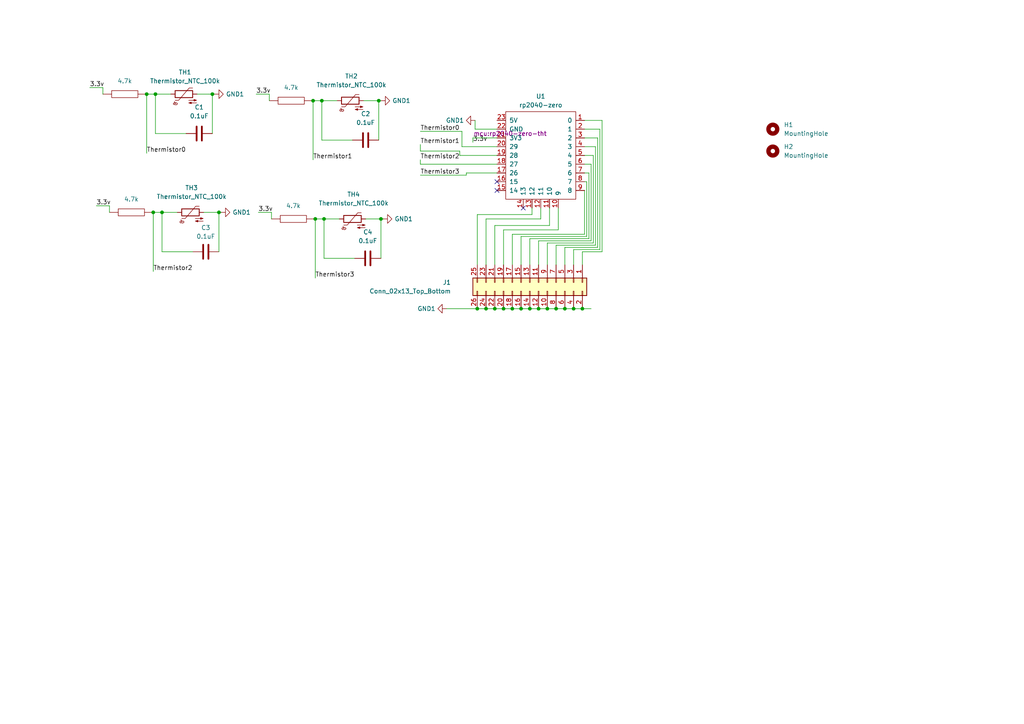
<source format=kicad_sch>
(kicad_sch (version 20230121) (generator eeschema)
  (paper "A4")
  (lib_symbols
    (symbol "Connector_Generic:Conn_02x13_Odd_Even" (pin_names (offset 1.016) hide)
      (property "Reference" "J" (at 1.27 17.78 0))
      (property "Value" "Conn_02x13_Odd_Even" (at 1.27 -17.78 0))
      (symbol "Conn_02x13_Odd_Even_1_1"
        (rectangle (start -1.27 -15.113) (end 0 -15.367) (stroke (width 0.1524)))
        (rectangle (start -1.27 -12.573) (end 0 -12.827) (stroke (width 0.1524)))
        (rectangle (start -1.27 -10.033) (end 0 -10.287) (stroke (width 0.1524)))
        (rectangle (start -1.27 -7.493) (end 0 -7.747) (stroke (width 0.1524)))
        (rectangle (start -1.27 -4.953) (end 0 -5.207) (stroke (width 0.1524)))
        (rectangle (start -1.27 -2.413) (end 0 -2.667) (stroke (width 0.1524)))
        (rectangle (start -1.27 0.127) (end 0 -0.127) (stroke (width 0.1524)))
        (rectangle (start -1.27 2.667) (end 0 2.413) (stroke (width 0.1524)))
        (rectangle (start -1.27 5.207) (end 0 4.953) (stroke (width 0.1524)))
        (rectangle (start -1.27 7.747) (end 0 7.493) (stroke (width 0.1524)))
        (rectangle (start -1.27 10.287) (end 0 10.033) (stroke (width 0.1524)))
        (rectangle (start -1.27 12.827) (end 0 12.573) (stroke (width 0.1524)))
        (rectangle (start -1.27 15.367) (end 0 15.113) (stroke (width 0.1524)))
        (rectangle (start -1.27 16.51) (end 3.81 -16.51) (stroke (width 0.254)) (fill (type background)))
        (rectangle (start 3.81 -15.113) (end 2.54 -15.367) (stroke (width 0.1524)))
        (rectangle (start 3.81 -12.573) (end 2.54 -12.827) (stroke (width 0.1524)))
        (rectangle (start 3.81 -10.033) (end 2.54 -10.287) (stroke (width 0.1524)))
        (rectangle (start 3.81 -7.493) (end 2.54 -7.747) (stroke (width 0.1524)))
        (rectangle (start 3.81 -4.953) (end 2.54 -5.207) (stroke (width 0.1524)))
        (rectangle (start 3.81 -2.413) (end 2.54 -2.667) (stroke (width 0.1524)))
        (rectangle (start 3.81 0.127) (end 2.54 -0.127) (stroke (width 0.1524)))
        (rectangle (start 3.81 2.667) (end 2.54 2.413) (stroke (width 0.1524)))
        (rectangle (start 3.81 5.207) (end 2.54 4.953) (stroke (width 0.1524)))
        (rectangle (start 3.81 7.747) (end 2.54 7.493) (stroke (width 0.1524)))
        (rectangle (start 3.81 10.287) (end 2.54 10.033) (stroke (width 0.1524)))
        (rectangle (start 3.81 12.827) (end 2.54 12.573) (stroke (width 0.1524)))
        (rectangle (start 3.81 15.367) (end 2.54 15.113) (stroke (width 0.1524)))
        (pin passive line (at -5.08 15.24 0) (length 3.81) (name "Pin_1") (number "1"))
        (pin passive line (at 7.62 5.08 180) (length 3.81) (name "Pin_10") (number "10"))
        (pin passive line (at -5.08 2.54 0) (length 3.81) (name "Pin_11") (number "11"))
        (pin passive line (at 7.62 2.54 180) (length 3.81) (name "Pin_12") (number "12"))
        (pin passive line (at -5.08 0 0) (length 3.81) (name "Pin_13") (number "13"))
        (pin passive line (at 7.62 0 180) (length 3.81) (name "Pin_14") (number "14"))
        (pin passive line (at -5.08 -2.54 0) (length 3.81) (name "Pin_15") (number "15"))
        (pin passive line (at 7.62 -2.54 180) (length 3.81) (name "Pin_16") (number "16"))
        (pin passive line (at -5.08 -5.08 0) (length 3.81) (name "Pin_17") (number "17"))
        (pin passive line (at 7.62 -5.08 180) (length 3.81) (name "Pin_18") (number "18"))
        (pin passive line (at -5.08 -7.62 0) (length 3.81) (name "Pin_19") (number "19"))
        (pin passive line (at 7.62 15.24 180) (length 3.81) (name "Pin_2") (number "2"))
        (pin passive line (at 7.62 -7.62 180) (length 3.81) (name "Pin_20") (number "20"))
        (pin passive line (at -5.08 -10.16 0) (length 3.81) (name "Pin_21") (number "21"))
        (pin passive line (at 7.62 -10.16 180) (length 3.81) (name "Pin_22") (number "22"))
        (pin passive line (at -5.08 -12.7 0) (length 3.81) (name "Pin_23") (number "23"))
        (pin passive line (at 7.62 -12.7 180) (length 3.81) (name "Pin_24") (number "24"))
        (pin passive line (at -5.08 -15.24 0) (length 3.81) (name "Pin_25") (number "25"))
        (pin passive line (at 7.62 -15.24 180) (length 3.81) (name "Pin_26") (number "26"))
        (pin passive line (at -5.08 12.7 0) (length 3.81) (name "Pin_3") (number "3"))
        (pin passive line (at 7.62 12.7 180) (length 3.81) (name "Pin_4") (number "4"))
        (pin passive line (at -5.08 10.16 0) (length 3.81) (name "Pin_5") (number "5"))
        (pin passive line (at 7.62 10.16 180) (length 3.81) (name "Pin_6") (number "6"))
        (pin passive line (at -5.08 7.62 0) (length 3.81) (name "Pin_7") (number "7"))
        (pin passive line (at 7.62 7.62 180) (length 3.81) (name "Pin_8") (number "8"))
        (pin passive line (at -5.08 5.08 0) (length 3.81) (name "Pin_9") (number "9"))
      )
    )
    (symbol "Device:C" (pin_numbers hide) (pin_names (offset 0.254))
      (property "Reference" "C" (at 0.635 2.54 0))
      (property "Value" "C" (at 0.635 -2.54 0))
      (symbol "C_0_1"
        (polyline (pts (xy -2.032 -0.762) (xy 2.032 -0.762)) (stroke (width 0.508)))
        (polyline (pts (xy -2.032 0.762) (xy 2.032 0.762)) (stroke (width 0.508)))
      )
      (symbol "C_1_1"
        (pin passive line (at 0 3.81 270) (length 2.794) (name "~") (number "1"))
        (pin passive line (at 0 -3.81 90) (length 2.794) (name "~") (number "2"))
      )
    )
    (symbol "Device:Thermistor_NTC" (pin_numbers hide) (pin_names (offset 0))
      (property "Reference" "TH" (at -4.445 0 90))
      (property "Value" "Thermistor_NTC" (at 3.175 0 90))
      (symbol "Thermistor_NTC_0_1"
        (arc (start -3.048 2.159) (mid -3.0495 2.3143) (end -3.175 2.413))
        (arc (start -3.048 2.159) (mid -2.9736 1.9794) (end -2.794 1.905))
        (arc (start -3.048 2.794) (mid -2.9736 2.6144) (end -2.794 2.54))
        (arc (start -2.794 1.905) (mid -2.6144 1.9794) (end -2.54 2.159))
        (arc (start -2.794 2.54) (mid -2.4393 2.5587) (end -2.159 2.794))
        (arc (start -2.794 3.048) (mid -2.9736 2.9736) (end -3.048 2.794))
        (arc (start -2.54 2.794) (mid -2.6144 2.9736) (end -2.794 3.048))
        (rectangle (start -1.016 2.54) (end 1.016 -2.54) (stroke (width 0.254)))
        (polyline (pts (xy -2.54 2.159) (xy -2.54 2.794)))
        (polyline (pts (xy -1.778 2.54) (xy -1.778 1.524) (xy 1.778 -1.524) (xy 1.778 -2.54)))
        (polyline (pts (xy -2.54 -3.683) (xy -2.54 -1.397) (xy -2.794 -2.159) (xy -2.286 -2.159) (xy -2.54 -1.397) (xy -2.54 -1.651)) (fill (type outline)))
        (polyline (pts (xy -1.778 -1.397) (xy -1.778 -3.683) (xy -2.032 -2.921) (xy -1.524 -2.921) (xy -1.778 -3.683) (xy -1.778 -3.429)) (fill (type outline)))
      )
      (symbol "Thermistor_NTC_1_1"
        (pin passive line (at 0 3.81 270) (length 1.27) (name "~") (number "1"))
        (pin passive line (at 0 -3.81 90) (length 1.27) (name "~") (number "2"))
      )
    )
    (symbol "Mechanical:MountingHole" (pin_names (offset 1.016))
      (property "Reference" "H" (at 0 5.08 0))
      (property "Value" "MountingHole" (at 0 3.175 0))
      (symbol "MountingHole_0_1"
        (circle (center 0 0) (radius 1.27) (stroke (width 1.27)))
      )
    )
    (symbol "mcu:rp2040-zero" (pin_names (offset 1.016))
      (property "Reference" "U" (at 0 15.24 0))
      (property "Value" "rp2040-zero" (at 0 12.7 0))
      (symbol "rp2040-zero_0_1"
        (rectangle (start -10.16 11.43) (end 10.16 -13.97))
      )
      (symbol "rp2040-zero_1_1"
        (pin bidirectional line (at 12.7 8.89 180) (length 2.54) (name "0") (number "1"))
        (pin bidirectional line (at 5.08 -16.51 90) (length 2.54) (name "9") (number "10"))
        (pin bidirectional line (at 2.54 -16.51 90) (length 2.54) (name "10") (number "11"))
        (pin bidirectional line (at 0 -16.51 90) (length 2.54) (name "11") (number "12"))
        (pin bidirectional line (at -2.54 -16.51 90) (length 2.54) (name "12") (number "13"))
        (pin bidirectional line (at -5.08 -16.51 90) (length 2.54) (name "13") (number "14"))
        (pin bidirectional line (at -12.7 -11.43 0) (length 2.54) (name "14") (number "15"))
        (pin bidirectional line (at -12.7 -8.89 0) (length 2.54) (name "15") (number "16"))
        (pin bidirectional line (at -12.7 -6.35 0) (length 2.54) (name "26") (number "17"))
        (pin bidirectional line (at -12.7 -3.81 0) (length 2.54) (name "27") (number "18"))
        (pin bidirectional line (at -12.7 -1.27 0) (length 2.54) (name "28") (number "19"))
        (pin bidirectional line (at 12.7 6.35 180) (length 2.54) (name "1") (number "2"))
        (pin bidirectional line (at -12.7 1.27 0) (length 2.54) (name "29") (number "20"))
        (pin power_out line (at -12.7 3.81 0) (length 2.54) (name "3V3") (number "21"))
        (pin power_out line (at -12.7 6.35 0) (length 2.54) (name "GND") (number "22"))
        (pin power_out line (at -12.7 8.89 0) (length 2.54) (name "5V") (number "23"))
        (pin bidirectional line (at 12.7 3.81 180) (length 2.54) (name "2") (number "3"))
        (pin bidirectional line (at 12.7 1.27 180) (length 2.54) (name "3") (number "4"))
        (pin bidirectional line (at 12.7 -1.27 180) (length 2.54) (name "4") (number "5"))
        (pin bidirectional line (at 12.7 -3.81 180) (length 2.54) (name "5") (number "6"))
        (pin bidirectional line (at 12.7 -6.35 180) (length 2.54) (name "6") (number "7"))
        (pin bidirectional line (at 12.7 -8.89 180) (length 2.54) (name "7") (number "8"))
        (pin bidirectional line (at 12.7 -11.43 180) (length 2.54) (name "8") (number "9"))
      )
    )
    (symbol "power:GND1" (power) (pin_names (offset 0))
      (property "Value" "GND1" (at 0 -3.81 0))
      (symbol "GND1_0_1"
        (polyline (pts (xy 0 0) (xy 0 -1.27) (xy 1.27 -1.27) (xy 0 -2.54) (xy -1.27 -1.27) (xy 0 -1.27)))
      )
      (symbol "GND1_1_1"
        (pin power_in line (at 0 0 270) (length 0) hide (name "GND1") (number "1"))
      )
    )
    (symbol "pspice:R" (pin_numbers hide) (pin_names (offset 0))
      (property "Reference" "R" (at 2.032 0 90))
      (property "Value" "R" (at 0 0 90))
      (symbol "R_0_1"
        (rectangle (start -1.016 3.81) (end 1.016 -3.81))
      )
      (symbol "R_1_1"
        (pin passive line (at 0 6.35 270) (length 2.54) (name "~") (number "1"))
        (pin passive line (at 0 -6.35 90) (length 2.54) (name "~") (number "2"))
      )
    )
  )
  (junction (at 143.51 89.535))
  (junction (at 161.29 89.535))
  (junction (at 151.13 89.535))
  (junction (at 61.595 27.305))
  (junction (at 109.855 29.21))
  (junction (at 140.97 89.535))
  (junction (at 110.49 63.5))
  (junction (at 148.59 89.535))
  (junction (at 42.545 27.305))
  (junction (at 158.75 89.535))
  (junction (at 93.98 63.5))
  (junction (at 156.21 89.535))
  (junction (at 90.805 29.21))
  (junction (at 163.83 89.535))
  (junction (at 44.45 61.595))
  (junction (at 138.43 89.535))
  (junction (at 46.99 61.595))
  (junction (at 146.05 89.535))
  (junction (at 93.345 29.21))
  (junction (at 166.37 89.535))
  (junction (at 168.91 89.535))
  (junction (at 91.44 63.5))
  (junction (at 63.5 61.595))
  (junction (at 153.67 89.535))
  (junction (at 45.085 27.305))
  (no_connect (at 144.145 52.705))
  (no_connect (at 144.145 55.245))
  (no_connect (at 151.765 60.325))
  (wire (pts (xy 161.29 71.12) (xy 172.72 71.12)))
  (wire (pts (xy 55.88 73.025) (xy 46.99 73.025)))
  (wire (pts (xy 133.985 38.1) (xy 121.92 38.1)))
  (wire (pts (xy 61.595 27.305) (xy 62.23 27.305)))
  (wire (pts (xy 153.67 69.215) (xy 170.815 69.215)))
  (wire (pts (xy 138.43 62.23) (xy 138.43 76.835)))
  (wire (pts (xy 161.29 89.535) (xy 163.83 89.535)))
  (wire (pts (xy 53.975 38.735) (xy 45.085 38.735)))
  (wire (pts (xy 153.67 89.535) (xy 156.21 89.535)))
  (wire (pts (xy 171.45 47.625) (xy 169.545 47.625)))
  (wire (pts (xy 129.54 89.535) (xy 138.43 89.535)))
  (wire (pts (xy 172.085 45.085) (xy 172.085 70.485)))
  (wire (pts (xy 133.985 42.545) (xy 133.985 38.1)))
  (wire (pts (xy 45.085 38.735) (xy 45.085 27.305)))
  (wire (pts (xy 91.44 63.5) (xy 93.98 63.5)))
  (wire (pts (xy 163.83 71.755) (xy 173.355 71.755)))
  (wire (pts (xy 156.845 63.5) (xy 140.97 63.5)))
  (wire (pts (xy 158.75 70.485) (xy 158.75 76.835)))
  (wire (pts (xy 169.545 37.465) (xy 173.99 37.465)))
  (wire (pts (xy 121.92 43.815) (xy 133.35 43.815)))
  (wire (pts (xy 137.16 40.005) (xy 137.16 41.275)))
  (wire (pts (xy 158.75 89.535) (xy 161.29 89.535)))
  (wire (pts (xy 172.72 71.12) (xy 172.72 42.545)))
  (wire (pts (xy 109.855 29.21) (xy 109.855 40.64)))
  (wire (pts (xy 59.055 61.595) (xy 63.5 61.595)))
  (wire (pts (xy 143.51 65.405) (xy 159.385 65.405)))
  (wire (pts (xy 133.35 43.815) (xy 133.35 45.085)))
  (wire (pts (xy 102.87 74.93) (xy 93.98 74.93)))
  (wire (pts (xy 173.99 72.39) (xy 166.37 72.39)))
  (wire (pts (xy 156.21 69.85) (xy 171.45 69.85)))
  (wire (pts (xy 170.815 50.165) (xy 169.545 50.165)))
  (wire (pts (xy 93.345 40.64) (xy 93.345 29.21)))
  (wire (pts (xy 110.49 63.5) (xy 111.125 63.5)))
  (wire (pts (xy 144.145 37.465) (xy 137.795 37.465)))
  (wire (pts (xy 143.51 65.405) (xy 143.51 76.835)))
  (wire (pts (xy 78.74 61.595) (xy 78.74 63.5)))
  (wire (pts (xy 168.91 89.535) (xy 171.45 89.535)))
  (wire (pts (xy 170.18 68.58) (xy 170.18 52.705)))
  (wire (pts (xy 174.625 34.925) (xy 169.545 34.925)))
  (wire (pts (xy 156.845 60.325) (xy 156.845 63.5)))
  (wire (pts (xy 135.255 50.8) (xy 135.255 50.165)))
  (wire (pts (xy 144.145 47.625) (xy 121.92 47.625)))
  (wire (pts (xy 166.37 89.535) (xy 168.91 89.535)))
  (wire (pts (xy 93.98 74.93) (xy 93.98 63.5)))
  (wire (pts (xy 74.295 27.305) (xy 78.105 27.305)))
  (wire (pts (xy 151.13 68.58) (xy 151.13 76.835)))
  (wire (pts (xy 42.545 27.305) (xy 42.545 44.45)))
  (wire (pts (xy 105.41 29.21) (xy 109.855 29.21)))
  (wire (pts (xy 121.92 47.625) (xy 121.92 46.355)))
  (wire (pts (xy 168.91 76.835) (xy 168.91 73.025)))
  (wire (pts (xy 148.59 67.945) (xy 148.59 76.835)))
  (wire (pts (xy 156.21 89.535) (xy 158.75 89.535)))
  (wire (pts (xy 90.805 29.21) (xy 90.805 46.355)))
  (wire (pts (xy 169.545 67.945) (xy 169.545 55.245)))
  (wire (pts (xy 161.29 71.12) (xy 161.29 76.835)))
  (wire (pts (xy 29.845 25.4) (xy 29.845 27.305)))
  (wire (pts (xy 44.45 61.595) (xy 44.45 78.74)))
  (wire (pts (xy 78.105 27.305) (xy 78.105 29.21)))
  (wire (pts (xy 106.045 63.5) (xy 110.49 63.5)))
  (wire (pts (xy 163.83 89.535) (xy 166.37 89.535)))
  (wire (pts (xy 133.35 45.085) (xy 144.145 45.085)))
  (wire (pts (xy 45.085 27.305) (xy 49.53 27.305)))
  (wire (pts (xy 138.43 62.23) (xy 154.305 62.23)))
  (wire (pts (xy 146.05 66.675) (xy 146.05 76.835)))
  (wire (pts (xy 93.98 63.5) (xy 98.425 63.5)))
  (wire (pts (xy 163.83 76.835) (xy 163.83 71.755)))
  (wire (pts (xy 27.94 59.69) (xy 31.75 59.69)))
  (wire (pts (xy 172.72 42.545) (xy 169.545 42.545)))
  (wire (pts (xy 143.51 89.535) (xy 146.05 89.535)))
  (wire (pts (xy 153.67 69.215) (xy 153.67 76.835)))
  (wire (pts (xy 57.15 27.305) (xy 61.595 27.305)))
  (wire (pts (xy 159.385 65.405) (xy 159.385 60.325)))
  (wire (pts (xy 166.37 72.39) (xy 166.37 76.835)))
  (wire (pts (xy 170.815 69.215) (xy 170.815 50.165)))
  (wire (pts (xy 144.145 40.005) (xy 137.16 40.005)))
  (wire (pts (xy 169.545 45.085) (xy 172.085 45.085)))
  (wire (pts (xy 148.59 67.945) (xy 169.545 67.945)))
  (wire (pts (xy 90.805 29.21) (xy 93.345 29.21)))
  (wire (pts (xy 151.13 68.58) (xy 170.18 68.58)))
  (wire (pts (xy 154.305 62.23) (xy 154.305 60.325)))
  (wire (pts (xy 151.13 89.535) (xy 153.67 89.535)))
  (wire (pts (xy 46.99 73.025) (xy 46.99 61.595)))
  (wire (pts (xy 74.93 61.595) (xy 78.74 61.595)))
  (wire (pts (xy 170.18 52.705) (xy 169.545 52.705)))
  (wire (pts (xy 93.345 29.21) (xy 97.79 29.21)))
  (wire (pts (xy 144.145 42.545) (xy 133.985 42.545)))
  (wire (pts (xy 173.99 37.465) (xy 173.99 72.39)))
  (wire (pts (xy 140.97 63.5) (xy 140.97 76.835)))
  (wire (pts (xy 44.45 61.595) (xy 46.99 61.595)))
  (wire (pts (xy 135.255 50.165) (xy 144.145 50.165)))
  (wire (pts (xy 173.355 40.005) (xy 169.545 40.005)))
  (wire (pts (xy 31.75 59.69) (xy 31.75 61.595)))
  (wire (pts (xy 137.795 37.465) (xy 137.795 34.925)))
  (wire (pts (xy 102.235 40.64) (xy 93.345 40.64)))
  (wire (pts (xy 110.49 63.5) (xy 110.49 74.93)))
  (wire (pts (xy 148.59 89.535) (xy 151.13 89.535)))
  (wire (pts (xy 174.625 73.025) (xy 174.625 34.925)))
  (wire (pts (xy 172.085 70.485) (xy 158.75 70.485)))
  (wire (pts (xy 26.035 25.4) (xy 29.845 25.4)))
  (wire (pts (xy 168.91 73.025) (xy 174.625 73.025)))
  (wire (pts (xy 156.21 69.85) (xy 156.21 76.835)))
  (wire (pts (xy 171.45 69.85) (xy 171.45 47.625)))
  (wire (pts (xy 173.355 71.755) (xy 173.355 40.005)))
  (wire (pts (xy 63.5 61.595) (xy 63.5 73.025)))
  (wire (pts (xy 161.925 66.675) (xy 146.05 66.675)))
  (wire (pts (xy 121.92 50.8) (xy 135.255 50.8)))
  (wire (pts (xy 140.97 89.535) (xy 143.51 89.535)))
  (wire (pts (xy 61.595 27.305) (xy 61.595 38.735)))
  (wire (pts (xy 91.44 63.5) (xy 91.44 80.645)))
  (wire (pts (xy 63.5 61.595) (xy 64.135 61.595)))
  (wire (pts (xy 46.99 61.595) (xy 51.435 61.595)))
  (wire (pts (xy 138.43 89.535) (xy 140.97 89.535)))
  (wire (pts (xy 109.855 29.21) (xy 110.49 29.21)))
  (wire (pts (xy 42.545 27.305) (xy 45.085 27.305)))
  (wire (pts (xy 161.925 60.325) (xy 161.925 66.675)))
  (wire (pts (xy 121.92 41.91) (xy 121.92 43.815)))
  (wire (pts (xy 146.05 89.535) (xy 148.59 89.535)))
  (label "3.3v" (at 137.16 41.275 0))
  (label "Thermistor0" (at 121.92 38.1 0))
  (label "3.3v" (at 26.035 25.4 0))
  (label "Thermistor2" (at 121.92 46.355 0))
  (label "Thermistor1" (at 121.92 41.91 0))
  (label "Thermistor1" (at 90.805 46.355 0))
  (label "3.3v" (at 27.94 59.69 0))
  (label "Thermistor3" (at 91.44 80.645 0))
  (label "3.3v" (at 74.295 27.305 0))
  (label "Thermistor3" (at 121.92 50.8 0))
  (label "3.3v" (at 74.93 61.595 0))
  (label "Thermistor0" (at 42.545 44.45 0))
  (label "Thermistor2" (at 44.45 78.74 0))
  (symbol (lib_id "Device:Thermistor_NTC") (at 55.245 61.595 90) (unit 1)
    (property "Reference" "TH3" (at 55.5625 54.483 90))
    (property "Value" "Thermistor_NTC_100k" (at 55.5625 57.023 90))
    (property "Footprint" "Connector_JST:JST_XH_B2B-XH-A_1x02_P2.50mm_Vertical" (effects hide))
  )
  (symbol (lib_id "pspice:R") (at 84.455 29.21 90) (unit 1)
    (property "Reference" "T1R3" (effects hide))
    (property "Value" "4.7k" (at 84.455 25.4 90))
    (property "Footprint" "Resistor_THT:R_Axial_DIN0204_L3.6mm_D1.6mm_P2.54mm_Vertical" (effects hide))
  )
  (symbol (lib_id "Mechanical:MountingHole") (at 224.155 43.815 0) (unit 1)
    (property "Reference" "H2" (at 227.33 42.545 0) (effects (justify left)))
    (property "Value" "MountingHole" (at 227.33 45.085 0) (effects (justify left)))
    (property "Footprint" "MountingHole:MountingHole_3.2mm_M3_DIN965_Pad" (effects hide))
  )
  (symbol (lib_id "Device:Thermistor_NTC") (at 53.34 27.305 90) (unit 1)
    (property "Reference" "TH1" (at 53.6575 20.955 90))
    (property "Value" "Thermistor_NTC_100k" (at 53.6575 23.495 90))
    (property "Footprint" "Connector_JST:JST_XH_B2B-XH-A_1x02_P2.50mm_Vertical" (effects hide))
  )
  (symbol (lib_id "power:GND1") (at 111.125 63.5 90) (unit 1)
    (property "Reference" "#PWR04" (effects hide))
    (property "Value" "GND1" (at 114.427 63.4999 90) (effects (justify right)))
  )
  (symbol (lib_id "Device:Thermistor_NTC") (at 101.6 29.21 90) (unit 1)
    (property "Reference" "TH2" (at 101.9175 22.098 90))
    (property "Value" "Thermistor_NTC_100k" (at 101.9175 24.638 90))
    (property "Footprint" "Connector_JST:JST_XH_B2B-XH-A_1x02_P2.50mm_Vertical" (effects hide))
  )
  (symbol (lib_id "Device:C") (at 106.045 40.64 90) (unit 1)
    (property "Reference" "C2" (at 106.045 33.02 90))
    (property "Value" "0.1uF" (at 106.045 35.56 90))
    (property "Footprint" "Capacitor_THT:C_Disc_D7.0mm_W2.5mm_P5.00mm" (effects hide))
  )
  (symbol (lib_id "Connector_Generic:Conn_02x13_Odd_Even") (at 153.67 81.915 270) (unit 1)
    (property "Reference" "J1" (at 130.81 81.915 90) (effects (justify right)))
    (property "Value" "Conn_02x13_Top_Bottom" (at 130.81 84.455 90) (effects (justify right)))
    (property "Footprint" "Connector_PinHeader_2.54mm:PinHeader_2x13_P2.54mm_Vertical" (effects hide))
  )
  (symbol (lib_id "Device:Thermistor_NTC") (at 102.235 63.5 90) (unit 1)
    (property "Reference" "TH4" (at 102.5525 56.388 90))
    (property "Value" "Thermistor_NTC_100k" (at 102.5525 58.928 90))
    (property "Footprint" "Connector_JST:JST_XH_B2B-XH-A_1x02_P2.50mm_Vertical" (effects hide))
  )
  (symbol (lib_id "power:GND1") (at 129.54 89.535 270) (unit 1)
    (property "Reference" "#PWR06" (effects hide))
    (property "Value" "GND1" (at 126.365 89.535 90) (effects (justify right)))
  )
  (symbol (lib_id "Device:C") (at 59.69 73.025 90) (unit 1)
    (property "Reference" "C3" (at 59.69 66.04 90))
    (property "Value" "0.1uF" (at 59.69 68.58 90))
    (property "Footprint" "Capacitor_THT:C_Disc_D7.0mm_W2.5mm_P5.00mm" (effects hide))
  )
  (symbol (lib_id "Device:C") (at 57.785 38.735 90) (unit 1)
    (property "Reference" "C1" (at 57.785 31.115 90))
    (property "Value" "0.1uF" (at 57.785 33.655 90))
    (property "Footprint" "Capacitor_THT:C_Disc_D7.0mm_W2.5mm_P5.00mm" (effects hide))
  )
  (symbol (lib_id "power:GND1") (at 110.49 29.21 90) (unit 1)
    (property "Reference" "#PWR03" (effects hide))
    (property "Value" "GND1" (at 113.792 29.2099 90) (effects (justify right)))
  )
  (symbol (lib_id "mcu:rp2040-zero") (at 156.845 43.815 0) (unit 1)
    (property "Reference" "U1" (at 156.845 27.94 0))
    (property "Value" "rp2040-zero" (at 156.845 30.48 0))
    (property "Footprint" "mcu:rp2040-zero-tht" (at 147.955 38.735 0))
  )
  (symbol (lib_id "power:GND1") (at 62.23 27.305 90) (unit 1)
    (property "Reference" "#PWR01" (effects hide))
    (property "Value" "GND1" (at 65.532 27.3049 90) (effects (justify right)))
  )
  (symbol (lib_id "pspice:R") (at 36.195 27.305 90) (unit 1)
    (property "Reference" "T1R1" (effects hide))
    (property "Value" "4.7k" (at 36.195 23.495 90))
    (property "Footprint" "Resistor_THT:R_Axial_DIN0204_L3.6mm_D1.6mm_P2.54mm_Vertical" (effects hide))
  )
  (symbol (lib_id "pspice:R") (at 85.09 63.5 90) (unit 1)
    (property "Reference" "T1R4" (effects hide))
    (property "Value" "4.7k" (at 85.09 59.69 90))
    (property "Footprint" "Resistor_THT:R_Axial_DIN0204_L3.6mm_D1.6mm_P2.54mm_Vertical" (effects hide))
  )
  (symbol (lib_id "Device:C") (at 106.68 74.93 90) (unit 1)
    (property "Reference" "C4" (at 106.68 67.31 90))
    (property "Value" "0.1uF" (at 106.68 69.85 90))
    (property "Footprint" "Capacitor_THT:C_Disc_D7.0mm_W2.5mm_P5.00mm" (effects hide))
  )
  (symbol (lib_id "pspice:R") (at 38.1 61.595 90) (unit 1)
    (property "Reference" "T1R2" (effects hide))
    (property "Value" "4.7k" (at 38.1 57.785 90))
    (property "Footprint" "Resistor_THT:R_Axial_DIN0204_L3.6mm_D1.6mm_P2.54mm_Vertical" (effects hide))
  )
  (symbol (lib_id "Mechanical:MountingHole") (at 224.155 37.465 0) (unit 1)
    (property "Reference" "H1" (at 227.33 36.195 0) (effects (justify left)))
    (property "Value" "MountingHole" (at 227.33 38.735 0) (effects (justify left)))
    (property "Footprint" "MountingHole:MountingHole_3.2mm_M3_DIN965_Pad" (effects hide))
  )
  (symbol (lib_id "power:GND1") (at 137.795 34.925 270) (unit 1)
    (property "Reference" "#PWR05" (effects hide))
    (property "Value" "GND1" (at 134.62 34.925 90) (effects (justify right)))
  )
  (symbol (lib_id "power:GND1") (at 64.135 61.595 90) (unit 1)
    (property "Reference" "#PWR02" (effects hide))
    (property "Value" "GND1" (at 67.437 61.5949 90) (effects (justify right)))
  )
)
</source>
